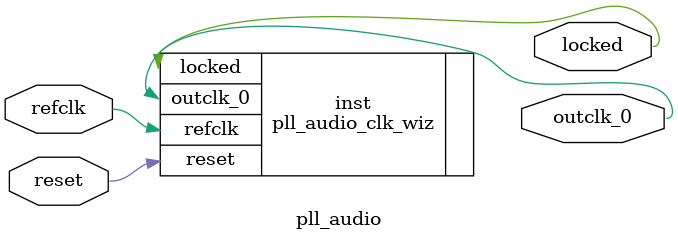
<source format=v>


`timescale 1ps/1ps

(* CORE_GENERATION_INFO = "pll_audio,clk_wiz_v6_0_15_0_0,{component_name=pll_audio,use_phase_alignment=true,use_min_o_jitter=false,use_max_i_jitter=false,use_dyn_phase_shift=false,use_inclk_switchover=false,use_dyn_reconfig=false,enable_axi=0,feedback_source=FDBK_AUTO,PRIMITIVE=PLL,num_out_clk=1,clkin1_period=20.000,clkin2_period=10.0,use_power_down=false,use_reset=true,use_locked=true,use_inclk_stopped=false,feedback_type=SINGLE,CLOCK_MGR_TYPE=NA,manual_override=false}" *)

module pll_audio 
 (
  // Clock out ports
  output        outclk_0,
  // Status and control signals
  input         reset,
  output        locked,
 // Clock in ports
  input         refclk
 );

  pll_audio_clk_wiz inst
  (
  // Clock out ports  
  .outclk_0(outclk_0),
  // Status and control signals               
  .reset(reset), 
  .locked(locked),
 // Clock in ports
  .refclk(refclk)
  );

endmodule

</source>
